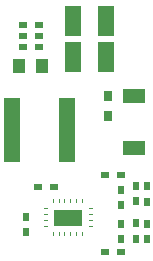
<source format=gbr>
G04 DipTrace 2.3.1.0*
%INTopPaste.gbr*%
%MOIN*%
%ADD42R,0.0965X0.0571*%
%ADD44R,0.0157X0.002*%
%ADD46R,0.002X0.0157*%
%ADD48R,0.0551X0.2165*%
%ADD52R,0.0748X0.0472*%
%ADD54R,0.0197X0.0276*%
%ADD56R,0.0433X0.0512*%
%ADD58R,0.0276X0.0197*%
%ADD60R,0.0315X0.0354*%
%ADD62R,0.0551X0.0984*%
%FSLAX44Y44*%
G04*
G70*
G90*
G75*
G01*
%LNTopPaste*%
%LPD*%
D62*
X8355Y11897D3*
X7253D3*
X8355Y10710D3*
X7253D3*
D60*
X8418Y9397D3*
Y8728D3*
D58*
X5605Y11772D3*
X6117D3*
X5605Y11397D3*
X6117D3*
X5605Y11022D3*
X6117D3*
D56*
X5480Y10397D3*
X6228D3*
D54*
X9730Y6397D3*
Y5886D3*
Y5147D3*
Y4636D3*
D58*
X6624Y6375D3*
X6113D3*
D54*
X8855Y5147D3*
Y4636D3*
D58*
Y6772D3*
X8344D3*
D52*
X9293Y9397D3*
Y7665D3*
D48*
X5230Y8272D3*
X7081D3*
D54*
X9355Y5897D3*
Y6409D3*
Y4647D3*
Y5159D3*
X8855Y5772D3*
Y6284D3*
D58*
X8856Y4210D3*
X8344D3*
D54*
X5687Y4875D3*
Y5387D3*
D46*
X7605Y5897D3*
X7409D3*
X7212D3*
X7015D3*
X6818D3*
X6621D3*
D44*
X6365Y5641D3*
Y5445D3*
Y5248D3*
Y5051D3*
D46*
X6621Y4795D3*
X6818D3*
X7015D3*
X7212D3*
X7409D3*
X7605D3*
D44*
X7861Y5051D3*
Y5248D3*
Y5445D3*
Y5641D3*
D42*
X7113Y5346D3*
M02*

</source>
